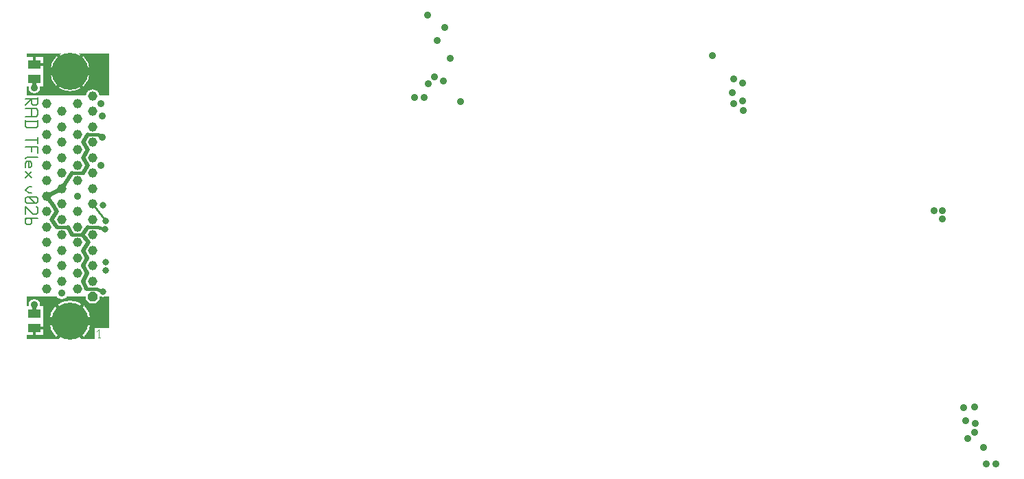
<source format=gbr>
G04 start of page 2 for group 0 idx 0
G04 Title: TFlex, Components *
G04 Creator: pcb-bin 20060822 *
G04 CreationDate: Wed Jul 25 20:18:40 2007 UTC *
G04 For: stephan *
G04 Format: Gerber/RS-274X *
G04 PCB-Dimensions: 500000 300000 *
G04 PCB-Coordinate-Origin: lower left *
%MOIN*%
%FSLAX24Y24*%
%LNGROUP0*%
%ADD11C,0.0200*%
%ADD12C,0.0400*%
%ADD13C,0.0520*%
%ADD14C,0.0620*%
%ADD15C,0.0560*%
%ADD16C,0.2000*%
%ADD17R,0.0703X0.0703*%
%ADD18C,0.0660*%
%ADD19C,0.1920*%
%ADD20R,0.0713X0.0713*%
%ADD21C,0.0160*%
%ADD22C,0.0100*%
%ADD23C,0.0150*%
%ADD24C,0.0120*%
%ADD25C,0.0040*%
%ADD26C,0.0060*%
%ADD27C,0.0460*%
%ADD28C,0.1800*%
%ADD29C,0.0360*%
%ADD30C,0.0320*%
%ADD31R,0.0394X0.0394*%
%ADD32C,0.0260*%
%ADD33C,0.1050*%
G54D11*G36*
X1100Y10700D02*X4425D01*
Y11225D01*
X5100D01*
Y12750D01*
X1100D01*
Y10700D01*
G37*
G36*
Y24550D02*X5100D01*
Y22525D01*
X1100D01*
Y24550D01*
G37*
G54D12*%LNGROUP0_C1*%
%LPC*%
X1475Y12350D02*Y12100D01*
G54D13*X4825Y13000D03*
G54D14*X2825Y12925D03*
G54D15*X1475Y12350D03*
G54D11*G36*
X4655Y12886D02*X4461Y13080D01*
X4188D01*
X3995Y12886D01*
Y12613D01*
X4188Y12420D01*
X4461D01*
X4655Y12613D01*
Y12886D01*
G37*
G54D16*X3200Y11550D03*
G54D17*X1375Y11225D02*X1575D01*
X1375Y11925D02*X1575D01*
G54D12*X1475Y22900D02*Y23150D01*
G54D15*Y22900D03*
G54D18*X4325Y22500D03*
G54D19*X3200Y23700D03*
G54D20*X1375Y23325D02*X1575D01*
X1375Y24025D02*X1575D01*
G54D21*%LNGROUP0_D2*%
%LPD*%
X4550Y16125D02*X4925Y16025D01*
G54D22*X4950Y16425D02*X4325Y17250D01*
G54D21*X4075Y16125D02*X4550D01*
G54D11*X4050Y13875D02*X3850Y14250D01*
X4050Y14625D01*
X3850Y15000D01*
Y13500D02*X4050Y13875D01*
X3850Y15000D02*X4100Y15375D01*
X3825Y15750D02*X4075Y16125D01*
X4100Y15375D02*X3825Y15750D01*
G54D21*X3320D02*X3825D01*
G54D11*X3100Y16125D02*X3320Y15750D01*
G54D21*X2575Y16125D02*X3100D01*
G54D11*X2575Y16875D02*X2350Y17250D01*
X2325Y16500D02*X2575Y16125D01*
X2325Y16500D02*X2575Y16875D01*
X2350Y17250D02*X2075Y17625D01*
X3850Y18750D02*X4075Y19125D01*
G54D21*X3325Y18750D02*X3850D01*
G54D11*X2825Y18000D02*X3325Y18750D01*
X2825Y18000D02*X2075Y17625D01*
G54D21*X4575Y20625D02*X4775Y20475D01*
G54D11*X4075Y19125D02*X3850Y19500D01*
X4075Y19875D01*
X3850Y20250D01*
G54D21*X4075Y20625D02*X4575D01*
G54D11*X3850Y20250D02*X4075Y20625D01*
G54D23*X2625Y24475D02*X3775Y22925D01*
Y24475D02*X2575Y22950D01*
G54D12*X2200Y23700D02*X4175D01*
G54D24*X1475Y24200D02*Y24400D01*
Y24025D02*X1950D01*
G54D11*X1475Y22900D02*Y23150D01*
G54D23*X4825Y13000D02*X4525Y13125D01*
X4025D01*
G54D11*X3850Y13500D01*
G54D23*X2625Y10775D02*X3775Y12325D01*
Y10775D02*X2575Y12300D01*
G54D12*X2200Y11550D02*X4175D01*
G54D24*X1475Y11225D02*X1950D01*
X1475Y11050D02*Y10850D01*
G54D11*Y12350D02*Y12100D01*
G54D25*X4575Y10750D02*X4675D01*
X4625Y11150D02*Y10750D01*
X4525Y11050D02*X4625Y11150D01*
G54D26*X1650Y22425D02*Y22125D01*
X1575Y22050D01*
X1425D02*X1575D01*
X1350Y22125D02*X1425Y22050D01*
X1350Y22350D02*Y22125D01*
X1050Y22350D02*X1650D01*
X1350D02*X1050Y22050D01*
Y21869D02*X1575D01*
X1650Y21794D01*
Y21569D01*
X1575Y21494D01*
X1050D02*X1575D01*
X1350Y21869D02*Y21494D01*
X1050Y21239D02*X1650D01*
Y21014D02*X1575Y20939D01*
X1125D02*X1575D01*
X1050Y21014D02*X1125Y20939D01*
X1050Y21314D02*Y21014D01*
X1650Y21314D02*Y21014D01*
Y20489D02*Y20189D01*
X1050Y20339D02*X1650D01*
X1050Y20009D02*X1650D01*
Y19709D01*
X1350Y20009D02*Y19784D01*
X1125Y19529D02*X1650D01*
X1125D02*X1050Y19454D01*
Y19229D02*Y19004D01*
X1125Y19304D02*X1050Y19229D01*
X1125Y19304D02*X1275D01*
X1350Y19229D01*
Y19079D01*
X1275Y19004D01*
X1200Y19304D02*Y19004D01*
X1275D01*
X1350Y18824D02*X1050Y18524D01*
Y18824D02*X1350Y18524D01*
X1200Y18073D02*X1350D01*
X1200D02*X1050Y17923D01*
X1200Y17773D01*
X1350D01*
X1125Y17593D02*X1050Y17518D01*
X1125Y17593D02*X1575D01*
X1650Y17518D01*
Y17368D01*
X1575Y17293D01*
X1125D02*X1575D01*
X1050Y17368D02*X1125Y17293D01*
X1050Y17518D02*Y17368D01*
X1200Y17593D02*X1500Y17293D01*
X1575Y17113D02*X1650Y17038D01*
Y16813D01*
X1575Y16738D01*
X1425D02*X1575D01*
X1050Y17113D02*X1425Y16738D01*
X1050Y17113D02*Y16738D01*
Y16558D02*X1650D01*
X1125D02*X1050Y16483D01*
Y16333D01*
X1125Y16258D01*
X1275D01*
X1350Y16333D02*X1275Y16258D01*
X1350Y16483D02*Y16333D01*
X1275Y16558D02*X1350Y16483D01*
G54D27*X4325Y15000D03*
Y15750D03*
Y16500D03*
Y17250D03*
Y18000D03*
Y18750D03*
Y19500D03*
Y20250D03*
Y21000D03*
Y21750D03*
Y22500D03*
X3575Y14625D03*
Y15375D03*
Y16125D03*
Y16875D03*
Y18375D03*
Y19125D03*
Y19875D03*
Y20625D03*
Y21375D03*
X4325Y13500D03*
Y14250D03*
X3575Y13125D03*
G54D11*G36*
X4555Y12845D02*X4420Y12980D01*
X4229D01*
X4095Y12845D01*
Y12654D01*
X4229Y12520D01*
X4420D01*
X4555Y12654D01*
Y12845D01*
G37*
G54D27*X3575Y13875D03*
X2825Y18000D03*
Y18750D03*
Y19500D03*
Y20250D03*
Y21000D03*
Y21750D03*
Y15000D03*
Y15750D03*
X2075Y15375D03*
X2825Y16500D03*
Y17250D03*
X2075Y16125D03*
Y16875D03*
X3575Y22125D03*
G54D28*X3200Y23700D03*
G54D27*X2075Y22125D03*
X2825Y13500D03*
Y14250D03*
X2075Y13125D03*
Y13875D03*
G54D28*X3200Y11550D03*
G54D27*X2075Y14625D03*
Y17625D03*
Y19875D03*
Y20625D03*
Y18375D03*
Y21375D03*
Y19125D03*
G54D29*X48180Y4620D03*
X47705D03*
X47575Y5420D03*
X47155Y6150D03*
X46815Y5845D03*
X47170Y6585D03*
X47135Y7380D03*
X46710Y6730D03*
X46610Y7350D03*
X45575Y16925D03*
Y16525D03*
X45175Y16925D03*
X35900Y21775D03*
X35445Y22130D03*
X35890Y22240D03*
X35390Y22645D03*
X35445Y23330D03*
X35890Y23120D03*
X34400Y24450D03*
X22175Y22225D03*
X21675Y24325D03*
X21425Y25825D03*
X21350Y23225D03*
X21050Y25175D03*
X20925Y23425D03*
X20600Y23075D03*
X20575Y26425D03*
X20425Y22425D03*
X19950D03*
X4775Y20475D03*
G54D30*X4800Y17175D03*
G54D29*X4725Y19125D03*
X3575Y17625D03*
X4775Y21525D03*
X4725Y22125D03*
X1475Y22900D03*
G54D30*X4950Y14025D03*
Y14425D03*
Y16425D03*
X4925Y16025D03*
X4825Y13000D03*
G54D29*X2825Y12925D03*
X1475Y12350D03*
G54D31*X1375Y11225D02*X1575D01*
X1375Y11925D02*X1575D01*
X1375Y23325D02*X1575D01*
X1375Y24025D02*X1575D01*
G54D32*%LNGROUP0_C3*%
%LPC*%
G54D33*G54D32*G54D33*G54D32*G54D24*M02*

</source>
